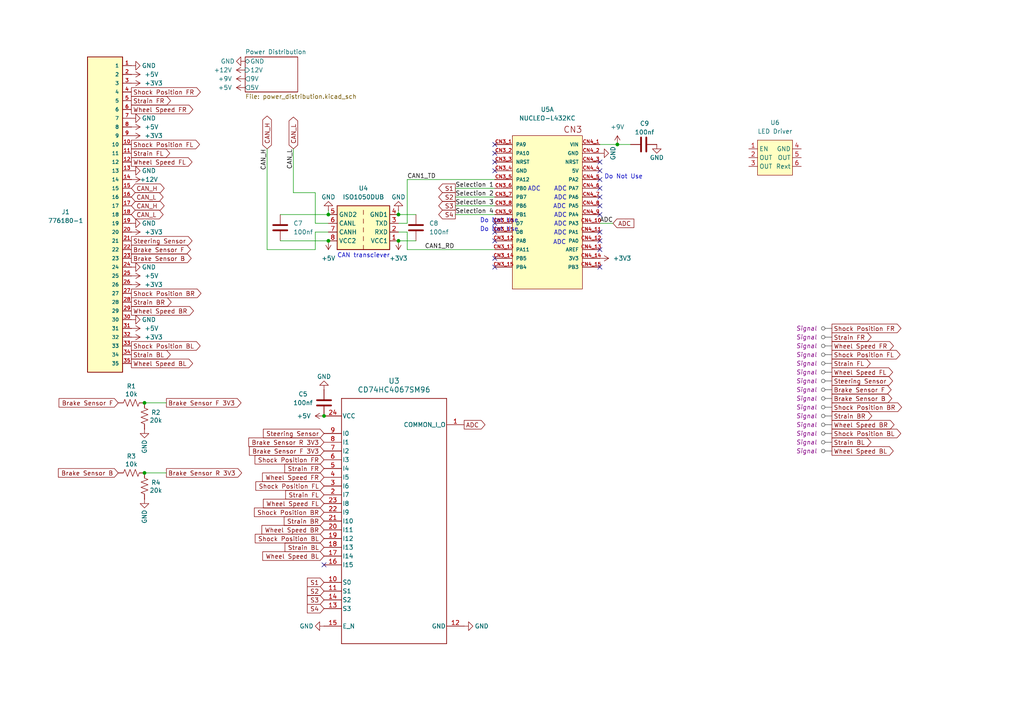
<source format=kicad_sch>
(kicad_sch (version 20231120) (generator "eeschema") (generator_version "8.0")
  (paper "A4")
  (title_block (title "Telemetry Board") (date "2024-10-08") (rev "1.0"))
  (lib_symbols
    (symbol "1FS_2_Global_Symbol_Library:776180-1" (pin_names (offset 1.016))
      (property "Reference" "J" (at -5.0846 43.9815 0))
      (property "Value" "776180-1" (at -5.3391 -50.5938 0))
      (symbol "776180-1_0_0"
        (rectangle (start -5.08 -48.26) (end 5.08 43.18) (stroke (width 0.254)) (fill (type background)))
        (pin passive line (at 7.62 40.64 180) (length 2.54) (name "1") (number "1"))
        (pin passive line (at 7.62 17.78 180) (length 2.54) (name "10") (number "10"))
        (pin passive line (at 7.62 15.24 180) (length 2.54) (name "11") (number "11"))
        (pin passive line (at 7.62 12.7 180) (length 2.54) (name "12") (number "12"))
        (pin passive line (at 7.62 10.16 180) (length 2.54) (name "13") (number "13"))
        (pin passive line (at 7.62 7.62 180) (length 2.54) (name "14") (number "14"))
        (pin passive line (at 7.62 5.08 180) (length 2.54) (name "15") (number "15"))
        (pin passive line (at 7.62 2.54 180) (length 2.54) (name "16") (number "16"))
        (pin passive line (at 7.62 0 180) (length 2.54) (name "17") (number "17"))
        (pin passive line (at 7.62 -2.54 180) (length 2.54) (name "18") (number "18"))
        (pin passive line (at 7.62 -5.08 180) (length 2.54) (name "19") (number "19"))
        (pin passive line (at 7.62 38.1 180) (length 2.54) (name "2") (number "2"))
        (pin passive line (at 7.62 -7.62 180) (length 2.54) (name "20") (number "20"))
        (pin passive line (at 7.62 -10.16 180) (length 2.54) (name "21") (number "21"))
        (pin passive line (at 7.62 -12.7 180) (length 2.54) (name "22") (number "22"))
        (pin passive line (at 7.62 -15.24 180) (length 2.54) (name "23") (number "23"))
        (pin passive line (at 7.62 -17.78 180) (length 2.54) (name "24") (number "24"))
        (pin passive line (at 7.62 -20.32 180) (length 2.54) (name "25") (number "25"))
        (pin passive line (at 7.62 -22.86 180) (length 2.54) (name "26") (number "26"))
        (pin passive line (at 7.62 -25.4 180) (length 2.54) (name "27") (number "27"))
        (pin passive line (at 7.62 -27.94 180) (length 2.54) (name "28") (number "28"))
        (pin passive line (at 7.62 -30.48 180) (length 2.54) (name "29") (number "29"))
        (pin passive line (at 7.62 35.56 180) (length 2.54) (name "3") (number "3"))
        (pin passive line (at 7.62 -33.02 180) (length 2.54) (name "30") (number "30"))
        (pin passive line (at 7.62 -35.56 180) (length 2.54) (name "31") (number "31"))
        (pin passive line (at 7.62 -38.1 180) (length 2.54) (name "32") (number "32"))
        (pin passive line (at 7.62 -40.64 180) (length 2.54) (name "33") (number "33"))
        (pin passive line (at 7.62 -43.18 180) (length 2.54) (name "34") (number "34"))
        (pin passive line (at 7.62 -45.72 180) (length 2.54) (name "35") (number "35"))
        (pin passive line (at 7.62 33.02 180) (length 2.54) (name "4") (number "4"))
        (pin passive line (at 7.62 30.48 180) (length 2.54) (name "5") (number "5"))
        (pin passive line (at 7.62 27.94 180) (length 2.54) (name "6") (number "6"))
        (pin passive line (at 7.62 25.4 180) (length 2.54) (name "7") (number "7"))
        (pin passive line (at 7.62 22.86 180) (length 2.54) (name "8") (number "8"))
        (pin passive line (at 7.62 20.32 180) (length 2.54) (name "9") (number "9"))
      )
    )
    (symbol "1FS_2_Global_Symbol_Library:CD74HC4067SM96" (pin_names (offset 0.254))
      (property "Reference" "U" (at 0 2.54 0))
      (property "Value" "CD74HC4067SM96" (at 0 0 0))
      (symbol "CD74HC4067SM96_0_1"
        (polyline (pts (xy -15.24 -35.56) (xy 15.24 -35.56)) (stroke (width 0.2032)))
        (polyline (pts (xy -15.24 35.56) (xy -15.24 -35.56)) (stroke (width 0.2032)))
        (polyline (pts (xy 15.24 -35.56) (xy 15.24 35.56)) (stroke (width 0.2032)))
        (polyline (pts (xy 15.24 35.56) (xy -15.24 35.56)) (stroke (width 0.2032)))
        (pin bidirectional line (at 20.32 27.94 180) (length 5.08) (name "COMMON_I_O") (number "1"))
        (pin input line (at -20.32 -17.78 0) (length 5.08) (name "S0") (number "10"))
        (pin input line (at -20.32 -20.32 0) (length 5.08) (name "S1") (number "11"))
        (pin power_in line (at 20.32 -30.48 180) (length 5.08) (name "GND") (number "12"))
        (pin input line (at -20.32 -25.4 0) (length 5.08) (name "S3") (number "13"))
        (pin input line (at -20.32 -22.86 0) (length 5.08) (name "S2") (number "14"))
        (pin input line (at -20.32 -30.48 0) (length 5.08) (name "E_N") (number "15"))
        (pin input line (at -20.32 -12.7 0) (length 5.08) (name "I15") (number "16"))
        (pin input line (at -20.32 -10.16 0) (length 5.08) (name "I14") (number "17"))
        (pin input line (at -20.32 -7.62 0) (length 5.08) (name "I13") (number "18"))
        (pin input line (at -20.32 -5.08 0) (length 5.08) (name "I12") (number "19"))
        (pin input line (at -20.32 7.62 0) (length 5.08) (name "I7") (number "2"))
        (pin input line (at -20.32 -2.54 0) (length 5.08) (name "I11") (number "20"))
        (pin input line (at -20.32 0 0) (length 5.08) (name "I10") (number "21"))
        (pin input line (at -20.32 2.54 0) (length 5.08) (name "I9") (number "22"))
        (pin input line (at -20.32 5.08 0) (length 5.08) (name "I8") (number "23"))
        (pin power_in line (at -20.32 30.48 0) (length 5.08) (name "VCC") (number "24"))
        (pin input line (at -20.32 10.16 0) (length 5.08) (name "I6") (number "3"))
        (pin input line (at -20.32 12.7 0) (length 5.08) (name "I5") (number "4"))
        (pin input line (at -20.32 15.24 0) (length 5.08) (name "I4") (number "5"))
        (pin input line (at -20.32 17.78 0) (length 5.08) (name "I3") (number "6"))
        (pin input line (at -20.32 20.32 0) (length 5.08) (name "I2") (number "7"))
        (pin input line (at -20.32 22.86 0) (length 5.08) (name "I1") (number "8"))
        (pin input line (at -20.32 25.4 0) (length 5.08) (name "I0") (number "9"))
      )
    )
    (symbol "1_ACC_BOARD:NUCLEO-L432KC" (pin_names (offset 1.016))
      (property "Reference" "U" (at 10.16 21.082 0))
      (property "Value" "NUCLEO-L432KC" (at -7.62 -25.4 0))
      (symbol "NUCLEO-L432KC_1_0"
        (rectangle (start -10.16 17.78) (end 10.16 -26.67) (stroke (width 0.1524)) (fill (type background)))
        (text "CN3" (at 10.16 18.542 0) (effects (font (size 1.778 1.778)) (justify right bottom)))
        (pin bidirectional line (at -15.24 15.24 0) (length 5.08) (name "PA9") (number "CN3_1"))
        (pin bidirectional line (at -15.24 -12.7 0) (length 5.08) (name "PA8") (number "CN3_12"))
        (pin bidirectional line (at -15.24 -15.24 0) (length 5.08) (name "PA11") (number "CN3_13"))
        (pin bidirectional line (at -15.24 -17.78 0) (length 5.08) (name "PB5") (number "CN3_14"))
        (pin bidirectional line (at -15.24 -20.32 0) (length 5.08) (name "PB4") (number "CN3_15"))
        (pin bidirectional line (at -15.24 12.7 0) (length 5.08) (name "PA10") (number "CN3_2"))
        (pin bidirectional line (at -15.24 5.08 0) (length 5.08) (name "PA12") (number "CN3_5"))
        (pin bidirectional line (at -15.24 2.54 0) (length 5.08) (name "PB0") (number "CN3_6"))
        (pin bidirectional line (at -15.24 0 0) (length 5.08) (name "PB7") (number "CN3_7"))
        (pin bidirectional line (at -15.24 -2.54 0) (length 5.08) (name "PB6") (number "CN3_8"))
        (pin bidirectional line (at -15.24 -5.08 0) (length 5.08) (name "PB1") (number "CN3_9"))
      )
      (symbol "NUCLEO-L432KC_1_1"
        (pin bidirectional line (at -15.24 -7.62 0) (length 5.08) (name "D7") (number "CN3_10"))
        (pin bidirectional line (at -15.24 -10.16 0) (length 5.08) (name "D8") (number "CN3_11"))
        (pin bidirectional line (at -15.24 10.16 0) (length 5.08) (name "NRST") (number "CN3_3"))
        (pin power_in line (at -15.24 7.62 0) (length 5.08) (name "GND") (number "CN3_4"))
        (pin power_in line (at 15.24 15.24 180) (length 5.08) (name "VIN") (number "CN4_1"))
        (pin bidirectional line (at 15.24 -7.62 180) (length 5.08) (name "PA3") (number "CN4_10"))
        (pin bidirectional line (at 15.24 -10.16 180) (length 5.08) (name "PA1") (number "CN4_11"))
        (pin bidirectional line (at 15.24 -12.7 180) (length 5.08) (name "PA0") (number "CN4_12"))
        (pin bidirectional line (at 15.24 -15.24 180) (length 5.08) (name "AREF") (number "CN4_13"))
        (pin power_out line (at 15.24 -17.78 180) (length 5.08) (name "3V3") (number "CN4_14"))
        (pin bidirectional line (at 15.24 -20.32 180) (length 5.08) (name "PB3") (number "CN4_15"))
        (pin power_in line (at 15.24 12.7 180) (length 5.08) (name "GND") (number "CN4_2"))
        (pin bidirectional line (at 15.24 10.16 180) (length 5.08) (name "NRST") (number "CN4_3"))
        (pin power_out line (at 15.24 7.62 180) (length 5.08) (name "5V") (number "CN4_4"))
        (pin bidirectional line (at 15.24 5.08 180) (length 5.08) (name "PA2") (number "CN4_5"))
        (pin bidirectional line (at 15.24 2.54 180) (length 5.08) (name "PA7") (number "CN4_6"))
        (pin bidirectional line (at 15.24 0 180) (length 5.08) (name "PA6") (number "CN4_7"))
        (pin bidirectional line (at 15.24 -2.54 180) (length 5.08) (name "PA5") (number "CN4_8"))
        (pin bidirectional line (at 15.24 -5.08 180) (length 5.08) (name "PA4") (number "CN4_9"))
      )
      (symbol "NUCLEO-L432KC_2_0"
        (rectangle (start -10.16 -17.78) (end 10.16 17.78) (stroke (width 0.1524)) (fill (type background)))
        (text "CN4" (at -10.16 18.542 0) (effects (font (size 1.778 1.778)) (justify left bottom)))
        (pin input line (at -15.24 7.62 0) (length 5.08) (name "VIN") (number "CN4_1"))
        (pin bidirectional line (at -15.24 -10.16 0) (length 5.08) (name "PA3") (number "CN4_10"))
        (pin bidirectional line (at -15.24 -5.08 0) (length 5.08) (name "PA1") (number "CN4_11"))
        (pin bidirectional line (at -15.24 -2.54 0) (length 5.08) (name "PA0") (number "CN4_12"))
        (pin bidirectional line (at 15.24 7.62 180) (length 5.08) (name "AREF") (number "CN4_13"))
        (pin power_in line (at 15.24 12.7 180) (length 5.08) (name "+3V3") (number "CN4_14"))
        (pin bidirectional line (at 15.24 2.54 180) (length 5.08) (name "PB3") (number "CN4_15"))
        (pin power_in line (at 15.24 -15.24 180) (length 5.08) (name "GND_CN4") (number "CN4_2"))
        (pin bidirectional line (at -15.24 2.54 0) (length 5.08) (name "NRST_CN4") (number "CN4_3"))
        (pin power_in line (at 15.24 15.24 180) (length 5.08) (name "+5V") (number "CN4_4"))
        (pin bidirectional line (at -15.24 -7.62 0) (length 5.08) (name "PA2") (number "CN4_5"))
        (pin bidirectional line (at 15.24 -10.16 180) (length 5.08) (name "PA7") (number "CN4_6"))
        (pin bidirectional line (at 15.24 -7.62 180) (length 5.08) (name "PA6") (number "CN4_7"))
        (pin bidirectional line (at 15.24 -5.08 180) (length 5.08) (name "PA5") (number "CN4_8"))
        (pin bidirectional line (at 15.24 -2.54 180) (length 5.08) (name "PA4") (number "CN4_9"))
      )
      (symbol "NUCLEO-L432KC_2_1"
        (pin bidirectional line (at 17.78 6.35 180) (length 5.08) (name "PA2") (number "-UB"))
      )
    )
    (symbol "Device:C" (pin_numbers hide) (pin_names (offset 0.254))
      (property "Reference" "C" (at 0.635 2.54 0))
      (property "Value" "C" (at 0.635 -2.54 0))
      (symbol "C_0_1"
        (polyline (pts (xy -2.032 -0.762) (xy 2.032 -0.762)) (stroke (width 0.508)))
        (polyline (pts (xy -2.032 0.762) (xy 2.032 0.762)) (stroke (width 0.508)))
      )
      (symbol "C_1_1"
        (pin passive line (at 0 3.81 270) (length 2.794) (name "~") (number "1"))
        (pin passive line (at 0 -3.81 90) (length 2.794) (name "~") (number "2"))
      )
    )
    (symbol "Device:R_US" (pin_numbers hide) (pin_names (offset 0))
      (property "Reference" "R" (at 2.54 0 90))
      (property "Value" "R_US" (at -2.54 0 90))
      (symbol "R_US_0_1"
        (polyline (pts (xy 0 -2.286) (xy 0 -2.54)))
        (polyline (pts (xy 0 2.286) (xy 0 2.54)))
        (polyline (pts (xy 0 -0.762) (xy 1.016 -1.143) (xy 0 -1.524) (xy -1.016 -1.905) (xy 0 -2.286)))
        (polyline (pts (xy 0 0.762) (xy 1.016 0.381) (xy 0 0) (xy -1.016 -0.381) (xy 0 -0.762)))
        (polyline (pts (xy 0 2.286) (xy 1.016 1.905) (xy 0 1.524) (xy -1.016 1.143) (xy 0 0.762)))
      )
      (symbol "R_US_1_1"
        (pin passive line (at 0 3.81 270) (length 1.27) (name "~") (number "1"))
        (pin passive line (at 0 -3.81 90) (length 1.27) (name "~") (number "2"))
      )
    )
    (symbol "FS_3_Global_Symbol_Library:BCR420UE6433HTMA1"
      (property "Reference" "U" (at -4.572 6.096 0))
      (property "Value" "LED Driver" (at -0.254 -6.35 0))
      (symbol "BCR420UE6433HTMA1_1_1"
        (rectangle (start -5.08 5.08) (end 5.08 -5.08) (fill (type color) (color 255 255 194 1)))
        (pin input line (at -7.62 2.54 0) (length 2.54) (name "EN") (number "1"))
        (pin input line (at -7.62 0 0) (length 2.54) (name "OUT") (number "2"))
        (pin input line (at -7.62 -2.54 0) (length 2.54) (name "OUT") (number "3"))
        (pin output line (at 7.62 2.54 180) (length 2.54) (name "GND") (number "4"))
        (pin input line (at 7.62 0 180) (length 2.54) (name "OUT") (number "5"))
        (pin bidirectional line (at 7.62 -2.54 180) (length 2.54) (name "Rext") (number "6"))
      )
    )
    (symbol "Interface_CAN_LIN:ISO1050DUB"
      (property "Reference" "U" (at -6.35 6.35 0))
      (property "Value" "ISO1050DUB" (at 2.54 6.35 0))
      (symbol "ISO1050DUB_0_1"
        (rectangle (start -7.62 5.08) (end 7.62 -7.62) (stroke (width 0.254)) (fill (type background)))
        (polyline (pts (xy 0 -5.08) (xy 0 -6.35)))
        (polyline (pts (xy 0 -2.54) (xy 0 -3.81)))
        (polyline (pts (xy 0 0) (xy 0 -1.27)))
        (polyline (pts (xy 0 2.54) (xy 0 1.27)))
        (polyline (pts (xy 0 5.08) (xy 0 3.81)))
      )
      (symbol "ISO1050DUB_1_1"
        (pin power_in line (at -10.16 2.54 0) (length 2.54) (name "VCC1") (number "1"))
        (pin output line (at -10.16 0 0) (length 2.54) (name "RXD") (number "2"))
        (pin input line (at -10.16 -2.54 0) (length 2.54) (name "TXD") (number "3"))
        (pin power_in line (at -10.16 -5.08 0) (length 2.54) (name "GND1") (number "4"))
        (pin power_in line (at 10.16 -5.08 180) (length 2.54) (name "GND2") (number "5"))
        (pin bidirectional line (at 10.16 -2.54 180) (length 2.54) (name "CANL") (number "6"))
        (pin bidirectional line (at 10.16 0 180) (length 2.54) (name "CANH") (number "7"))
        (pin power_in line (at 10.16 2.54 180) (length 2.54) (name "VCC2") (number "8"))
      )
    )
    (symbol "power:+12V" (power) (pin_numbers hide) (pin_names (offset 0) hide)
      (property "Value" "+12V" (at 0 3.556 0))
      (symbol "+12V_0_1"
        (polyline (pts (xy -0.762 1.27) (xy 0 2.54)))
        (polyline (pts (xy 0 0) (xy 0 2.54)))
        (polyline (pts (xy 0 2.54) (xy 0.762 1.27)))
      )
      (symbol "+12V_1_1"
        (pin power_in line (at 0 0 90) (length 0) (name "~") (number "1"))
      )
    )
    (symbol "power:+3V3" (power) (pin_numbers hide) (pin_names (offset 0) hide)
      (property "Value" "+3V3" (at 0 3.556 0))
      (symbol "+3V3_0_1"
        (polyline (pts (xy -0.762 1.27) (xy 0 2.54)))
        (polyline (pts (xy 0 0) (xy 0 2.54)))
        (polyline (pts (xy 0 2.54) (xy 0.762 1.27)))
      )
      (symbol "+3V3_1_1"
        (pin power_in line (at 0 0 90) (length 0) (name "~") (number "1"))
      )
    )
    (symbol "power:+5V" (power) (pin_numbers hide) (pin_names (offset 0) hide)
      (property "Value" "+5V" (at 0 3.556 0))
      (symbol "+5V_0_1"
        (polyline (pts (xy -0.762 1.27) (xy 0 2.54)))
        (polyline (pts (xy 0 0) (xy 0 2.54)))
        (polyline (pts (xy 0 2.54) (xy 0.762 1.27)))
      )
      (symbol "+5V_1_1"
        (pin power_in line (at 0 0 90) (length 0) (name "~") (number "1"))
      )
    )
    (symbol "power:+9V" (power) (pin_numbers hide) (pin_names (offset 0) hide)
      (property "Value" "+9V" (at 0 3.556 0))
      (symbol "+9V_0_1"
        (polyline (pts (xy -0.762 1.27) (xy 0 2.54)))
        (polyline (pts (xy 0 0) (xy 0 2.54)))
        (polyline (pts (xy 0 2.54) (xy 0.762 1.27)))
      )
      (symbol "+9V_1_1"
        (pin power_in line (at 0 0 90) (length 0) (name "~") (number "1"))
      )
    )
    (symbol "power:GND" (power) (pin_numbers hide) (pin_names (offset 0) hide)
      (property "Value" "GND" (at 0 -3.81 0))
      (symbol "GND_0_1"
        (polyline (pts (xy 0 0) (xy 0 -1.27) (xy 1.27 -1.27) (xy 0 -2.54) (xy -1.27 -1.27) (xy 0 -1.27)))
      )
      (symbol "GND_1_1"
        (pin power_in line (at 0 0 270) (length 0) (name "~") (number "1"))
      )
    )
  )
  (junction (at 41.91 116.84))
  (junction (at 95.25 69.85))
  (junction (at 41.91 137.16))
  (junction (at 115.57 62.23))
  (junction (at 93.98 120.65))
  (junction (at 115.57 69.85))
  (junction (at 95.25 62.23))
  (junction (at 179.07 41.91))
  (no_connect (at 143.51 44.45))
  (no_connect (at 173.99 49.53))
  (no_connect (at 173.99 54.61))
  (no_connect (at 143.51 64.77))
  (no_connect (at 173.99 59.69))
  (no_connect (at 143.51 49.53))
  (no_connect (at 143.51 74.93))
  (no_connect (at 143.51 69.85))
  (no_connect (at 173.99 72.39))
  (no_connect (at 173.99 77.47))
  (no_connect (at 143.51 77.47))
  (no_connect (at 173.99 46.99))
  (no_connect (at 173.99 67.31))
  (no_connect (at 173.99 62.23))
  (no_connect (at 143.51 41.91))
  (no_connect (at 173.99 57.15))
  (no_connect (at 143.51 46.99))
  (no_connect (at 173.99 69.85))
  (no_connect (at 173.99 52.07))
  (no_connect (at 143.51 67.31))
  (no_connect (at 93.98 163.83))
  (wire (pts (xy 173.99 64.77) (xy 177.8 64.77)))
  (wire (pts (xy 115.57 62.23) (xy 120.65 62.23)))
  (wire (pts (xy 143.51 72.39) (xy 118.11 72.39)))
  (wire (pts (xy 48.26 137.16) (xy 41.91 137.16)))
  (wire (pts (xy 91.44 55.88) (xy 85.09 55.88)))
  (wire (pts (xy 115.57 60.96) (xy 115.57 62.23)))
  (wire (pts (xy 118.11 67.31) (xy 115.57 67.31)))
  (wire (pts (xy 77.47 43.18) (xy 77.47 72.39)))
  (wire (pts (xy 132.08 54.61) (xy 143.51 54.61)))
  (wire (pts (xy 118.11 52.07) (xy 143.51 52.07)))
  (wire (pts (xy 182.88 41.91) (xy 179.07 41.91)))
  (wire (pts (xy 132.08 57.15) (xy 143.51 57.15)))
  (wire (pts (xy 77.47 72.39) (xy 91.44 72.39)))
  (wire (pts (xy 95.25 60.96) (xy 95.25 62.23)))
  (wire (pts (xy 115.57 69.85) (xy 120.65 69.85)))
  (wire (pts (xy 91.44 67.31) (xy 95.25 67.31)))
  (wire (pts (xy 48.26 116.84) (xy 41.91 116.84)))
  (wire (pts (xy 81.28 69.85) (xy 95.25 69.85)))
  (wire (pts (xy 91.44 72.39) (xy 91.44 67.31)))
  (wire (pts (xy 173.99 41.91) (xy 179.07 41.91)))
  (wire (pts (xy 91.44 64.77) (xy 95.25 64.77)))
  (wire (pts (xy 91.44 55.88) (xy 91.44 64.77)))
  (wire (pts (xy 132.08 62.23) (xy 143.51 62.23)))
  (wire (pts (xy 115.57 64.77) (xy 118.11 64.77)))
  (wire (pts (xy 81.28 62.23) (xy 95.25 62.23)))
  (wire (pts (xy 118.11 64.77) (xy 118.11 52.07)))
  (wire (pts (xy 132.08 59.69) (xy 143.51 59.69)))
  (wire (pts (xy 85.09 43.18) (xy 85.09 55.88)))
  (wire (pts (xy 118.11 67.31) (xy 118.11 72.39)))
  (text "Do Not Use\n" (at 175.26 52.07 0) (effects (font (size 1.27 1.27)) (justify left bottom)))
  (text "CAN transciever" (at 97.79 74.93 0) (effects (font (size 1.27 1.27)) (justify left bottom)))
  (text "ADC" (at 162.306 59.944 0) (effects (font (size 1.27 1.27))))
  (text "ADC" (at 162.56 57.404 0) (effects (font (size 1.27 1.27))))
  (text "ADC" (at 154.94 54.864 0) (effects (font (size 1.27 1.27))))
  (text "ADC" (at 162.56 54.864 0) (effects (font (size 1.27 1.27))))
  (text "Do Not Use\n" (at 139.192 67.31 0) (effects (font (size 1.27 1.27)) (justify left bottom)))
  (text "ADC" (at 162.56 62.484 0) (effects (font (size 1.27 1.27))))
  (text "ADC" (at 162.56 65.024 0) (effects (font (size 1.27 1.27))))
  (text "Do Not Use\n" (at 139.192 64.77 0) (effects (font (size 1.27 1.27)) (justify left bottom)))
  (text "ADC" (at 162.306 70.358 0) (effects (font (size 1.27 1.27))))
  (text "ADC" (at 162.5154 67.5893 0) (effects (font (size 1.27 1.27))))
  (label "CAN_H" (at 77.47 43.18 270))
  (label "CAN1_RD" (at 123.19 72.39 0))
  (label "Selection 4" (at 132.08 62.23 0))
  (label "Selection 2" (at 132.08 57.15 0))
  (label "CAN_L" (at 85.09 43.18 270))
  (label "Selection 3" (at 132.08 59.69 0))
  (label "CAN1_TD" (at 118.11 52.07 0))
  (label "ADC" (at 177.8 64.77 180))
  (label "Selection 1" (at 132.08 54.61 0))
  (global_label "Wheel Speed FL" (shape output) (at 38.1 46.99 0) (property "Intersheetrefs" "${INTERSHEET_REFS}" (effects (hide yes))))
  (global_label "Wheel Speed FR" (shape output) (at 241.3 100.33 0) (property "Intersheetrefs" "${INTERSHEET_REFS}" (effects (hide yes))))
  (global_label "Strain BL" (shape output) (at 38.1 102.87 0) (property "Intersheetrefs" "${INTERSHEET_REFS}" (effects (hide yes))))
  (global_label "CAN_L" (shape bidirectional) (at 38.1 62.23 0) (property "Intersheetrefs" "${INTERSHEET_REFS}" (effects (hide yes))))
  (global_label "Wheel Speed BL" (shape output) (at 241.3 130.81 0) (property "Intersheetrefs" "${INTERSHEET_REFS}" (effects (hide yes))))
  (global_label "S4" (shape output) (at 132.08 62.23 180) (property "Intersheetrefs" "${INTERSHEET_REFS}" (effects (hide yes))))
  (global_label "Strain FR" (shape output) (at 38.1 29.21 0) (property "Intersheetrefs" "${INTERSHEET_REFS}" (effects (hide yes))))
  (global_label "Wheel Speed BR" (shape output) (at 241.3 123.19 0) (property "Intersheetrefs" "${INTERSHEET_REFS}" (effects (hide yes))))
  (global_label "Wheel Speed FL" (shape output) (at 241.3 107.95 0) (property "Intersheetrefs" "${INTERSHEET_REFS}" (effects (hide yes))))
  (global_label "CAN_L" (shape bidirectional) (at 85.09 43.18 90) (property "Intersheetrefs" "${INTERSHEET_REFS}" (effects (hide yes))))
  (global_label "Shock Position FR" (shape output) (at 38.1 26.67 0) (property "Intersheetrefs" "${INTERSHEET_REFS}" (effects (hide yes))))
  (global_label "Brake Sensor F" (shape output) (at 38.1 72.39 0) (property "Intersheetrefs" "${INTERSHEET_REFS}" (effects (hide yes))))
  (global_label "Strain FL" (shape input) (at 93.98 143.51 180) (property "Intersheetrefs" "${INTERSHEET_REFS}" (effects (hide yes))))
  (global_label "Shock Position BR" (shape output) (at 241.3 118.11 0) (property "Intersheetrefs" "${INTERSHEET_REFS}" (effects (hide yes))))
  (global_label "Wheel Speed FR" (shape input) (at 93.98 138.43 180) (property "Intersheetrefs" "${INTERSHEET_REFS}" (effects (hide yes))))
  (global_label "Shock Position FL" (shape output) (at 38.1 41.91 0) (property "Intersheetrefs" "${INTERSHEET_REFS}" (effects (hide yes))))
  (global_label "Strain FR" (shape input) (at 93.98 135.89 180) (property "Intersheetrefs" "${INTERSHEET_REFS}" (effects (hide yes))))
  (global_label "Shock Position BR" (shape output) (at 38.1 85.09 0) (property "Intersheetrefs" "${INTERSHEET_REFS}" (effects (hide yes))))
  (global_label "Shock Position FR" (shape output) (at 241.3 95.25 0) (property "Intersheetrefs" "${INTERSHEET_REFS}" (effects (hide yes))))
  (global_label "Brake Sensor F 3V3" (shape output) (at 48.26 116.84 0) (property "Intersheetrefs" "${INTERSHEET_REFS}" (effects (hide yes))))
  (global_label "Steering Sensor" (shape input) (at 93.98 125.73 180) (property "Intersheetrefs" "${INTERSHEET_REFS}" (effects (hide yes))))
  (global_label "Shock Position BR" (shape input) (at 93.98 148.59 180) (property "Intersheetrefs" "${INTERSHEET_REFS}" (effects (hide yes))))
  (global_label "S2" (shape output) (at 132.08 57.15 180) (property "Intersheetrefs" "${INTERSHEET_REFS}" (effects (hide yes))))
  (global_label "Shock Position BL" (shape input) (at 93.98 156.21 180) (property "Intersheetrefs" "${INTERSHEET_REFS}" (effects (hide yes))))
  (global_label "Strain FR" (shape output) (at 241.3 97.79 0) (property "Intersheetrefs" "${INTERSHEET_REFS}" (effects (hide yes))))
  (global_label "ADC" (shape input) (at 177.8 64.77 0) (property "Intersheetrefs" "${INTERSHEET_REFS}" (effects (hide yes))))
  (global_label "CAN_H" (shape bidirectional) (at 38.1 59.69 0) (property "Intersheetrefs" "${INTERSHEET_REFS}" (effects (hide yes))))
  (global_label "Strain FL" (shape output) (at 241.3 105.41 0) (property "Intersheetrefs" "${INTERSHEET_REFS}" (effects (hide yes))))
  (global_label "S2" (shape input) (at 93.98 171.45 180) (property "Intersheetrefs" "${INTERSHEET_REFS}" (effects (hide yes))))
  (global_label "Wheel Speed BL" (shape output) (at 38.1 105.41 0) (property "Intersheetrefs" "${INTERSHEET_REFS}" (effects (hide yes))))
  (global_label "Shock Position FR" (shape input) (at 93.98 133.35 180) (property "Intersheetrefs" "${INTERSHEET_REFS}" (effects (hide yes))))
  (global_label "ADC" (shape output) (at 134.62 123.19 0) (property "Intersheetrefs" "${INTERSHEET_REFS}" (effects (hide yes))))
  (global_label "Shock Position FL" (shape output) (at 241.3 102.87 0) (property "Intersheetrefs" "${INTERSHEET_REFS}" (effects (hide yes))))
  (global_label "S1" (shape input) (at 93.98 168.91 180) (property "Intersheetrefs" "${INTERSHEET_REFS}" (effects (hide yes))))
  (global_label "Strain BR" (shape input) (at 93.98 151.13 180) (property "Intersheetrefs" "${INTERSHEET_REFS}" (effects (hide yes))))
  (global_label "Brake Sensor B" (shape input) (at 34.29 137.16 180) (property "Intersheetrefs" "${INTERSHEET_REFS}" (effects (hide yes))))
  (global_label "Brake Sensor F" (shape output) (at 241.3 113.03 0) (property "Intersheetrefs" "${INTERSHEET_REFS}" (effects (hide yes))))
  (global_label "Wheel Speed FR" (shape output) (at 38.1 31.75 0) (property "Intersheetrefs" "${INTERSHEET_REFS}" (effects (hide yes))))
  (global_label "Brake Sensor F" (shape input) (at 34.29 116.84 180) (property "Intersheetrefs" "${INTERSHEET_REFS}" (effects (hide yes))))
  (global_label "Wheel Speed BR" (shape input) (at 93.98 153.67 180) (property "Intersheetrefs" "${INTERSHEET_REFS}" (effects (hide yes))))
  (global_label "Strain FL" (shape output) (at 38.1 44.45 0) (property "Intersheetrefs" "${INTERSHEET_REFS}" (effects (hide yes))))
  (global_label "Strain BL" (shape input) (at 93.98 158.75 180) (property "Intersheetrefs" "${INTERSHEET_REFS}" (effects (hide yes))))
  (global_label "Steering Sensor" (shape output) (at 38.1 69.85 0) (property "Intersheetrefs" "${INTERSHEET_REFS}" (effects (hide yes))))
  (global_label "Brake Sensor R 3V3" (shape output) (at 48.26 137.16 0) (property "Intersheetrefs" "${INTERSHEET_REFS}" (effects (hide yes))))
  (global_label "CAN_H" (shape bidirectional) (at 38.1 54.61 0) (property "Intersheetrefs" "${INTERSHEET_REFS}" (effects (hide yes))))
  (global_label "S3" (shape output) (at 132.08 59.69 180) (property "Intersheetrefs" "${INTERSHEET_REFS}" (effects (hide yes))))
  (global_label "Shock Position BL" (shape output) (at 38.1 100.33 0) (property "Intersheetrefs" "${INTERSHEET_REFS}" (effects (hide yes))))
  (global_label "Wheel Speed BL" (shape input) (at 93.98 161.29 180) (property "Intersheetrefs" "${INTERSHEET_REFS}" (effects (hide yes))))
  (global_label "CAN_L" (shape bidirectional) (at 38.1 57.15 0) (property "Intersheetrefs" "${INTERSHEET_REFS}" (effects (hide yes))))
  (global_label "Wheel Speed FL" (shape input) (at 93.98 146.05 180) (property "Intersheetrefs" "${INTERSHEET_REFS}" (effects (hide yes))))
  (global_label "Shock Position FL" (shape input) (at 93.98 140.97 180) (property "Intersheetrefs" "${INTERSHEET_REFS}" (effects (hide yes))))
  (global_label "Strain BL" (shape output) (at 241.3 128.27 0) (property "Intersheetrefs" "${INTERSHEET_REFS}" (effects (hide yes))))
  (global_label "Steering Sensor" (shape output) (at 241.3 110.49 0) (property "Intersheetrefs" "${INTERSHEET_REFS}" (effects (hide yes))))
  (global_label "CAN_H" (shape bidirectional) (at 77.47 43.18 90) (property "Intersheetrefs" "${INTERSHEET_REFS}" (effects (hide yes))))
  (global_label "Brake Sensor B" (shape output) (at 241.3 115.57 0) (property "Intersheetrefs" "${INTERSHEET_REFS}" (effects (hide yes))))
  (global_label "Brake Sensor R 3V3" (shape input) (at 93.98 128.27 180) (property "Intersheetrefs" "${INTERSHEET_REFS}" (effects (hide yes))))
  (global_label "Strain BR" (shape output) (at 241.3 120.65 0) (property "Intersheetrefs" "${INTERSHEET_REFS}" (effects (hide yes))))
  (global_label "S4" (shape input) (at 93.98 176.53 180) (property "Intersheetrefs" "${INTERSHEET_REFS}" (effects (hide yes))))
  (global_label "S1" (shape output) (at 132.08 54.61 180) (property "Intersheetrefs" "${INTERSHEET_REFS}" (effects (hide yes))))
  (global_label "Shock Position BL" (shape output) (at 241.3 125.73 0) (property "Intersheetrefs" "${INTERSHEET_REFS}" (effects (hide yes))))
  (global_label "Brake Sensor F 3V3" (shape input) (at 93.98 130.81 180) (property "Intersheetrefs" "${INTERSHEET_REFS}" (effects (hide yes))))
  (global_label "S3" (shape input) (at 93.98 173.99 180) (property "Intersheetrefs" "${INTERSHEET_REFS}" (effects (hide yes))))
  (global_label "Strain BR" (shape output) (at 38.1 87.63 0) (property "Intersheetrefs" "${INTERSHEET_REFS}" (effects (hide yes))))
  (global_label "Wheel Speed BR" (shape output) (at 38.1 90.17 0) (property "Intersheetrefs" "${INTERSHEET_REFS}" (effects (hide yes))))
  (global_label "Brake Sensor B" (shape output) (at 38.1 74.93 0) (property "Intersheetrefs" "${INTERSHEET_REFS}" (effects (hide yes))))
  (netclass_flag "" (length 2.54) (shape round) (at 241.3 102.87 90) (property "Netclass" "Signal" (at 230.886 102.87 0) (effects (font (italic yes)) (justify left))))
  (netclass_flag "" (length 2.54) (shape round) (at 241.3 110.49 90) (property "Netclass" "Signal" (at 230.886 110.49 0) (effects (font (italic yes)) (justify left))))
  (netclass_flag "" (length 2.54) (shape round) (at 241.3 125.73 90) (property "Netclass" "Signal" (at 230.886 125.73 0) (effects (font (italic yes)) (justify left))))
  (netclass_flag "" (length 2.54) (shape round) (at 241.3 105.41 90) (property "Netclass" "Signal" (at 230.886 105.41 0) (effects (font (italic yes)) (justify left))))
  (netclass_flag "" (length 2.54) (shape round) (at 241.3 100.33 90) (property "Netclass" "Signal" (at 230.886 100.33 0) (effects (font (italic yes)) (justify left))))
  (netclass_flag "" (length 2.54) (shape round) (at 241.3 118.11 90) (property "Netclass" "Signal" (at 230.886 118.11 0) (effects (font (italic yes)) (justify left))))
  (netclass_flag "" (length 2.54) (shape round) (at 241.3 97.79 90) (property "Netclass" "Signal" (at 230.886 97.79 0) (effects (font (italic yes)) (justify left))))
  (netclass_flag "" (length 2.54) (shape round) (at 241.3 123.19 90) (property "Netclass" "Signal" (at 230.886 123.19 0) (effects (font (italic yes)) (justify left))))
  (netclass_flag "" (length 2.54) (shape round) (at 241.3 95.25 90) (property "Netclass" "Signal" (at 230.886 95.25 0) (effects (font (italic yes)) (justify left))))
  (netclass_flag "" (length 2.54) (shape round) (at 241.3 120.65 90) (property "Netclass" "Signal" (at 230.886 120.65 0) (effects (font (italic yes)) (justify left))))
  (netclass_flag "" (length 2.54) (shape round) (at 241.3 130.81 90) (property "Netclass" "Signal" (at 230.886 130.81 0) (effects (font (italic yes)) (justify left))))
  (netclass_flag "" (length 2.54) (shape round) (at 241.3 107.95 90) (property "Netclass" "Signal" (at 230.886 107.95 0) (effects (font (italic yes)) (justify left))))
  (netclass_flag "" (length 2.54) (shape round) (at 241.3 128.27 90) (property "Netclass" "Signal" (at 230.886 128.27 0) (effects (font (italic yes)) (justify left))))
  (netclass_flag "" (length 2.54) (shape round) (at 241.3 113.03 90) (property "Netclass" "Signal" (at 230.886 113.03 0) (effects (font (italic yes)) (justify left))))
  (netclass_flag "" (length 2.54) (shape round) (at 241.3 115.57 90) (property "Netclass" "Signal" (at 230.886 115.57 0) (effects (font (italic yes)) (justify left))))
  (symbol (lib_id "Device:C") (at 186.69 41.91 90) (unit 1)
    (property "Reference" "C9" (at 186.944 35.814 90))
    (property "Value" "100nf" (at 186.944 38.354 90))
    (property "Footprint" "Capacitor_SMD:C_0805_2012Metric_Pad1.18x1.45mm_HandSolder" (effects (hide yes)))
  )
  (symbol (lib_id "power:+5V") (at 38.1 80.01 270) (mirror x) (unit 1)
    (property "Reference" "#PWR026" (effects (hide yes)))
    (property "Value" "+5V" (at 41.91 80.0101 90) (effects (justify left)))
    (property "Description" "Power symbol creates a global label with name \"+5V\"" (effects (hide yes)))
  )
  (symbol (lib_id "power:GND") (at 93.98 113.03 180) (unit 1)
    (property "Reference" "#PWR032" (effects (hide yes)))
    (property "Value" "GND" (at 93.98 109.22 0))
  )
  (symbol (lib_id "FS_3_Global_Symbol_Library:BCR420UE6433HTMA1") (at 224.79 45.72 0) (unit 1)
    (property "Reference" "U6" (at 224.79 35.56 0))
    (property "Value" "LED Driver" (at 224.79 38.1 0))
    (property "Footprint" "Package_TO_SOT_SMD:SC-74-6_1.55x2.9mm_P0.95mm" (effects (hide yes)))
    (property "Datasheet" "https://www.infineon.com/dgdl/Infineon-BCR420U-BCR421U-DataSheet-v02_01-EN.pdf?fileId=5546d4626102d35a01617524f09e061d" (effects (hide yes)))
    (property "Description" "LED Driver chip for 10 - 250mA applications. Single driver controlled by Rext" (effects (hide yes)))
  )
  (symbol (lib_id "power:GND") (at 115.57 60.96 180) (unit 1)
    (property "Reference" "#PWR038" (effects (hide yes)))
    (property "Value" "GND" (at 115.57 57.15 0))
  )
  (symbol (lib_id "power:+5V") (at 38.1 21.59 270) (mirror x) (unit 1)
    (property "Reference" "#PWR023" (effects (hide yes)))
    (property "Value" "+5V" (at 41.91 21.5901 90) (effects (justify left)))
    (property "Description" "Power symbol creates a global label with name \"+5V\"" (effects (hide yes)))
  )
  (symbol (lib_id "power:+3V3") (at 38.1 39.37 270) (unit 1)
    (property "Reference" "#PWR043" (effects (hide yes)))
    (property "Value" "+3V3" (at 41.91 39.3699 90) (effects (justify left)))
    (property "Description" "Power symbol creates a global label with name \"+3V3\"" (effects (hide yes)))
  )
  (symbol (lib_id "power:GND") (at 38.1 92.71 90) (unit 1)
    (property "Reference" "#PWR028" (effects (hide yes)))
    (property "Value" "GND" (at 43.18 92.71 90))
    (property "Description" "Power symbol creates a global label with name \"GND\" , ground" (effects (hide yes)))
  )
  (symbol (lib_id "Device:R_US") (at 41.91 120.65 180) (unit 1)
    (property "Reference" "R2" (at 45.212 119.634 0))
    (property "Value" "20k" (at 45.212 121.92 0))
    (property "Footprint" "Resistor_SMD:R_0805_2012Metric_Pad1.20x1.40mm_HandSolder" (effects (hide yes)))
  )
  (symbol (lib_id "power:+3V3") (at 38.1 67.31 270) (unit 1)
    (property "Reference" "#PWR014" (effects (hide yes)))
    (property "Value" "+3V3" (at 41.91 67.3099 90) (effects (justify left)))
    (property "Description" "Power symbol creates a global label with name \"+3V3\"" (effects (hide yes)))
  )
  (symbol (lib_id "1_ACC_BOARD:NUCLEO-L432KC") (at 158.75 57.15 0) (unit 1)
    (property "Reference" "U5" (at 158.75 31.75 0))
    (property "Value" "NUCLEO-L432KC" (at 158.75 34.29 0))
    (property "Footprint" "1FS_2_Global_Footprint_Library:MODULE_NUCLEO-L432KC" (effects (hide yes)))
    (property "PARTREV" "N/A" (effects (hide yes)))
    (property "STANDARD" "Manufacturer Recommendations" (effects (hide yes)))
    (property "MAXIMUM_PACKAGE_HEIGHT" "N/A" (effects (hide yes)))
    (property "MANUFACTURER" "ST Microelectronics" (effects (hide yes)))
  )
  (symbol (lib_id "power:+12V") (at 71.12 20.32 90) (unit 1)
    (property "Reference" "#PWR021" (effects (hide yes)))
    (property "Value" "+12V" (at 67.31 20.3199 90) (effects (justify left)))
    (property "Description" "Power symbol creates a global label with name \"+12V\"" (effects (hide yes)))
  )
  (symbol (lib_id "power:+3V3") (at 173.99 74.93 270) (unit 1)
    (property "Reference" "#PWR01" (effects (hide yes)))
    (property "Value" "+3V3" (at 177.8 74.9299 90) (effects (justify left)))
    (property "Description" "Power symbol creates a global label with name \"+3V3\"" (effects (hide yes)))
  )
  (symbol (lib_id "power:+5V") (at 38.1 36.83 270) (mirror x) (unit 1)
    (property "Reference" "#PWR019" (effects (hide yes)))
    (property "Value" "+5V" (at 41.91 36.8301 90) (effects (justify left)))
    (property "Description" "Power symbol creates a global label with name \"+5V\"" (effects (hide yes)))
  )
  (symbol (lib_id "power:+3V3") (at 115.57 69.85 180) (unit 1)
    (property "Reference" "#PWR015" (effects (hide yes)))
    (property "Value" "+3V3" (at 115.57 74.93 0))
    (property "Description" "Power symbol creates a global label with name \"+3V3\"" (effects (hide yes)))
  )
  (symbol (lib_id "power:GND") (at 173.99 44.45 90) (unit 1)
    (property "Reference" "#PWR040" (effects (hide yes)))
    (property "Value" "GND" (at 177.8 44.45 0))
  )
  (symbol (lib_id "power:+3V3") (at 38.1 97.79 270) (unit 1)
    (property "Reference" "#PWR039" (effects (hide yes)))
    (property "Value" "+3V3" (at 41.91 97.7899 90) (effects (justify left)))
    (property "Description" "Power symbol creates a global label with name \"+3V3\"" (effects (hide yes)))
  )
  (symbol (lib_id "power:+5V") (at 93.98 120.65 90) (mirror x) (unit 1)
    (property "Reference" "#PWR020" (effects (hide yes)))
    (property "Value" "+5V" (at 90.17 120.6499 90) (effects (justify left)))
    (property "Description" "Power symbol creates a global label with name \"+5V\"" (effects (hide yes)))
  )
  (symbol (lib_id "power:+12V") (at 38.1 52.07 270) (unit 1)
    (property "Reference" "#PWR02" (effects (hide yes)))
    (property "Value" "+12V" (at 43.18 52.07 90))
    (property "Description" "Power symbol creates a global label with name \"+12V\"" (effects (hide yes)))
  )
  (symbol (lib_id "power:GND") (at 190.5 41.91 0) (unit 1)
    (property "Reference" "#PWR042" (effects (hide yes)))
    (property "Value" "GND" (at 190.5 45.72 0))
  )
  (symbol (lib_id "power:GND") (at 38.1 49.53 90) (unit 1)
    (property "Reference" "#PWR05" (effects (hide yes)))
    (property "Value" "GND" (at 43.18 49.53 90))
    (property "Description" "Power symbol creates a global label with name \"GND\" , ground" (effects (hide yes)))
  )
  (symbol (lib_id "power:GND") (at 38.1 64.77 90) (unit 1)
    (property "Reference" "#PWR035" (effects (hide yes)))
    (property "Value" "GND" (at 43.18 64.77 90))
    (property "Description" "Power symbol creates a global label with name \"GND\" , ground" (effects (hide yes)))
  )
  (symbol (lib_id "power:GND") (at 38.1 34.29 90) (unit 1)
    (property "Reference" "#PWR018" (effects (hide yes)))
    (property "Value" "GND" (at 43.18 34.29 90))
    (property "Description" "Power symbol creates a global label with name \"GND\" , ground" (effects (hide yes)))
  )
  (symbol (lib_id "Device:R_US") (at 41.91 140.97 180) (unit 1)
    (property "Reference" "R4" (at 45.212 139.954 0))
    (property "Value" "20k" (at 45.212 142.24 0))
    (property "Footprint" "Resistor_SMD:R_0805_2012Metric_Pad1.20x1.40mm_HandSolder" (effects (hide yes)))
  )
  (symbol (lib_id "1FS_2_Global_Symbol_Library:CD74HC4067SM96") (at 114.3 151.13 0) (unit 1)
    (property "Reference" "U3" (at 114.3 110.49 0) (effects (font (size 1.524 1.524))))
    (property "Value" "CD74HC4067SM96" (at 114.3 113.03 0) (effects (font (size 1.524 1.524))))
    (property "Footprint" "Package_SO:SSOP-24_5.3x8.2mm_P0.65mm" (effects (hide yes)))
    (property "Datasheet" "https://www.ti.com/lit/ds/symlink/cd74hc4067.pdf?HQS=dis-dk-null-digikeymode-dsf-pf-null-wwe&ts=1724866090865&ref_url=https%253A%252F%252Fwww.ti.com%252Fgeneral%252Fdocs%252Fsuppproductinfo.tsp%253FdistId%253D10%2526gotoUrl%253Dhttps%253A%252F%252Fwww.ti.com%252Flit%252Fgpn%252Fcd74hc4067" (effects (hide yes)))
    (property "Description" "16 input multiplexer" (effects (hide yes)))
  )
  (symbol (lib_id "power:GND") (at 93.98 181.61 270) (unit 1)
    (property "Reference" "#PWR022" (effects (hide yes)))
    (property "Value" "GND" (at 88.9 181.61 90))
    (property "Description" "Power symbol creates a global label with name \"GND\" , ground" (effects (hide yes)))
  )
  (symbol (lib_id "1FS_2_Global_Symbol_Library:776180-1") (at 30.48 59.69 0) (unit 1)
    (property "Reference" "J1" (at 19.05 61.468 0))
    (property "Value" "776180-1" (at 19.05 64.008 0))
    (property "Footprint" "1FS_2_Global_Footprint_Library:TE_776180-1" (effects (hide yes)))
    (property "Description" "35 pin 90 degree AMPSEAL connector" (effects (hide yes)))
    (property "PARTREV" "H7" (effects (hide yes)))
    (property "STANDARD" "STANDARED RECOMENDATION" (effects (hide yes)))
    (property "MANUFACTURER" "TE CONNECTIVITY" (effects (hide yes)))
  )
  (symbol (lib_id "power:GND") (at 38.1 19.05 90) (unit 1)
    (property "Reference" "#PWR017" (effects (hide yes)))
    (property "Value" "GND" (at 43.18 19.05 90))
    (property "Description" "Power symbol creates a global label with name \"GND\" , ground" (effects (hide yes)))
  )
  (symbol (lib_id "power:+5V") (at 38.1 95.25 270) (mirror x) (unit 1)
    (property "Reference" "#PWR029" (effects (hide yes)))
    (property "Value" "+5V" (at 41.91 95.2501 90) (effects (justify left)))
    (property "Description" "Power symbol creates a global label with name \"+5V\"" (effects (hide yes)))
  )
  (symbol (lib_id "power:GND") (at 41.91 124.46 0) (unit 1)
    (property "Reference" "#PWR027" (effects (hide yes)))
    (property "Value" "GND" (at 41.91 129.54 90))
    (property "Description" "Power symbol creates a global label with name \"GND\" , ground" (effects (hide yes)))
  )
  (symbol (lib_id "Interface_CAN_LIN:ISO1050DUB") (at 105.41 67.31 180) (unit 1)
    (property "Reference" "U4" (at 105.41 54.61 0))
    (property "Value" "ISO1050DUB" (at 105.41 57.15 0))
    (property "Footprint" "Package_SO:SOP-8_6.62x9.15mm_P2.54mm" (effects (hide yes)))
    (property "Datasheet" "http://www.ti.com/lit/ds/symlink/iso1050.pdf" (effects (hide yes)))
  )
  (symbol (lib_id "power:+3V3") (at 38.1 82.55 270) (unit 1)
    (property "Reference" "#PWR034" (effects (hide yes)))
    (property "Value" "+3V3" (at 41.91 82.5499 90) (effects (justify left)))
    (property "Description" "Power symbol creates a global label with name \"+3V3\"" (effects (hide yes)))
  )
  (symbol (lib_id "power:+5V") (at 95.25 69.85 180) (unit 1)
    (property "Reference" "#PWR037" (effects (hide yes)))
    (property "Value" "+5V" (at 95.25 74.93 0))
  )
  (symbol (lib_id "power:GND") (at 71.12 17.78 270) (unit 1)
    (property "Reference" "#PWR033" (effects (hide yes)))
    (property "Value" "GND" (at 66.04 17.78 90))
    (property "Description" "Power symbol creates a global label with name \"GND\" , ground" (effects (hide yes)))
  )
  (symbol (lib_id "power:GND") (at 134.62 181.61 90) (unit 1)
    (property "Reference" "#PWR016" (effects (hide yes)))
    (property "Value" "GND" (at 139.7 181.61 90))
    (property "Description" "Power symbol creates a global label with name \"GND\" , ground" (effects (hide yes)))
  )
  (symbol (lib_id "Device:R_US") (at 38.1 137.16 90) (unit 1)
    (property "Reference" "R3" (at 38.1 132.334 90))
    (property "Value" "10k" (at 38.1 134.62 90))
    (property "Footprint" "Resistor_SMD:R_0805_2012Metric_Pad1.20x1.40mm_HandSolder" (effects (hide yes)))
  )
  (symbol (lib_id "power:GND") (at 95.25 60.96 180) (unit 1)
    (property "Reference" "#PWR036" (effects (hide yes)))
    (property "Value" "GND" (at 95.25 57.15 0))
  )
  (symbol (lib_id "power:+3V3") (at 38.1 24.13 270) (unit 1)
    (property "Reference" "#PWR044" (effects (hide yes)))
    (property "Value" "+3V3" (at 41.91 24.1299 90) (effects (justify left)))
    (property "Description" "Power symbol creates a global label with name \"+3V3\"" (effects (hide yes)))
  )
  (symbol (lib_id "Device:R_US") (at 38.1 116.84 90) (unit 1)
    (property "Reference" "R1" (at 38.1 112.014 90))
    (property "Value" "10k" (at 38.1 114.3 90))
    (property "Footprint" "Resistor_SMD:R_0805_2012Metric_Pad1.20x1.40mm_HandSolder" (effects (hide yes)))
  )
  (symbol (lib_id "Device:C") (at 120.65 66.04 0) (unit 1)
    (property "Reference" "C8" (at 124.46 64.7699 0) (effects (justify left)))
    (property "Value" "100nf" (at 124.46 67.3099 0) (effects (justify left)))
    (property "Footprint" "Capacitor_SMD:C_0805_2012Metric_Pad1.18x1.45mm_HandSolder" (effects (hide yes)))
  )
  (symbol (lib_id "power:GND") (at 38.1 77.47 90) (unit 1)
    (property "Reference" "#PWR025" (effects (hide yes)))
    (property "Value" "GND" (at 43.18 77.47 90))
    (property "Description" "Power symbol creates a global label with name \"GND\" , ground" (effects (hide yes)))
  )
  (symbol (lib_id "power:+9V") (at 179.07 41.91 0) (unit 1)
    (property "Reference" "#PWR041" (effects (hide yes)))
    (property "Value" "+9V" (at 179.07 36.83 0))
  )
  (symbol (lib_id "Device:C") (at 81.28 66.04 0) (unit 1)
    (property "Reference" "C7" (at 85.09 64.7699 0) (effects (justify left)))
    (property "Value" "100nf" (at 85.09 67.3099 0) (effects (justify left)))
    (property "Footprint" "Capacitor_SMD:C_0805_2012Metric_Pad1.18x1.45mm_HandSolder" (effects (hide yes)))
  )
  (symbol (lib_id "Device:C") (at 93.98 116.84 180) (unit 1)
    (property "Reference" "C5" (at 87.884 114.3 0))
    (property "Value" "100nf" (at 87.884 116.84 0))
    (property "Footprint" "Capacitor_SMD:C_0805_2012Metric_Pad1.18x1.45mm_HandSolder" (effects (hide yes)))
  )
  (symbol (lib_id "power:+9V") (at 71.12 22.86 90) (unit 1)
    (property "Reference" "#PWR024" (effects (hide yes)))
    (property "Value" "+9V" (at 67.31 22.8599 90) (effects (justify left)))
    (property "Description" "Power symbol creates a global label with name \"+9V\"" (effects (hide yes)))
  )
  (symbol (lib_id "power:GND") (at 41.91 144.78 0) (unit 1)
    (property "Reference" "#PWR030" (effects (hide yes)))
    (property "Value" "GND" (at 41.91 149.86 90))
    (property "Description" "Power symbol creates a global label with name \"GND\" , ground" (effects (hide yes)))
  )
  (symbol (lib_id "power:+5V") (at 71.12 25.4 90) (unit 1)
    (property "Reference" "#PWR031" (effects (hide yes)))
    (property "Value" "+5V" (at 67.31 25.4001 90) (effects (justify left)))
    (property "Description" "Power symbol creates a global label with name \"+5V\"" (effects (hide yes)))
  )
  (sheet (at 71.12 16.51) (size 15.24 10.16) (stroke (width 0.1524))
    (property "Sheetname" "Power Distribution" (at 71.12 15.7984 0) (effects (justify left bottom)))
    (property "Sheetfile" "power_distribution.kicad_sch" (at 71.12 27.2546 0) (effects (justify left top)))
    (pin "9V" output (at 71.12 22.86 180))
    (pin "GND" bidirectional (at 71.12 17.78 180))
    (pin "12V" input (at 71.12 20.32 180))
    (pin "5V" output (at 71.12 25.4 180))
  )
)
</source>
